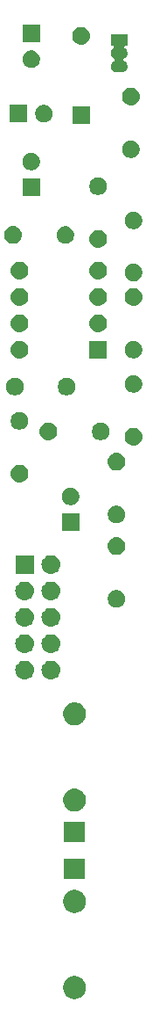
<source format=gbr>
G04 #@! TF.GenerationSoftware,KiCad,Pcbnew,(5.1.0)-1*
G04 #@! TF.CreationDate,2019-04-05T00:52:50-04:00*
G04 #@! TF.ProjectId,noize,6e6f697a-652e-46b6-9963-61645f706362,rev?*
G04 #@! TF.SameCoordinates,Original*
G04 #@! TF.FileFunction,Soldermask,Bot*
G04 #@! TF.FilePolarity,Negative*
%FSLAX46Y46*%
G04 Gerber Fmt 4.6, Leading zero omitted, Abs format (unit mm)*
G04 Created by KiCad (PCBNEW (5.1.0)-1) date 2019-04-05 00:52:50*
%MOMM*%
%LPD*%
G04 APERTURE LIST*
%ADD10C,0.100000*%
G04 APERTURE END LIST*
D10*
G36*
X154177655Y-191414591D02*
G01*
X154249525Y-191428887D01*
X154452624Y-191513013D01*
X154635409Y-191635146D01*
X154790854Y-191790591D01*
X154912987Y-191973376D01*
X154997113Y-192176475D01*
X155040000Y-192392084D01*
X155040000Y-192611916D01*
X154997113Y-192827525D01*
X154912987Y-193030624D01*
X154790854Y-193213409D01*
X154635409Y-193368854D01*
X154452624Y-193490987D01*
X154249525Y-193575113D01*
X154177655Y-193589409D01*
X154033918Y-193618000D01*
X153814082Y-193618000D01*
X153670345Y-193589409D01*
X153598475Y-193575113D01*
X153395376Y-193490987D01*
X153212591Y-193368854D01*
X153057146Y-193213409D01*
X152935013Y-193030624D01*
X152850887Y-192827525D01*
X152808000Y-192611916D01*
X152808000Y-192392084D01*
X152850887Y-192176475D01*
X152935013Y-191973376D01*
X153057146Y-191790591D01*
X153212591Y-191635146D01*
X153395376Y-191513013D01*
X153598475Y-191428887D01*
X153670345Y-191414591D01*
X153814082Y-191386000D01*
X154033918Y-191386000D01*
X154177655Y-191414591D01*
X154177655Y-191414591D01*
G37*
G36*
X154177655Y-183114591D02*
G01*
X154249525Y-183128887D01*
X154452624Y-183213013D01*
X154635409Y-183335146D01*
X154790854Y-183490591D01*
X154912987Y-183673376D01*
X154997113Y-183876475D01*
X155040000Y-184092084D01*
X155040000Y-184311916D01*
X154997113Y-184527525D01*
X154912987Y-184730624D01*
X154790854Y-184913409D01*
X154635409Y-185068854D01*
X154452624Y-185190987D01*
X154249525Y-185275113D01*
X154177655Y-185289409D01*
X154033918Y-185318000D01*
X153814082Y-185318000D01*
X153670345Y-185289409D01*
X153598475Y-185275113D01*
X153395376Y-185190987D01*
X153212591Y-185068854D01*
X153057146Y-184913409D01*
X152935013Y-184730624D01*
X152850887Y-184527525D01*
X152808000Y-184311916D01*
X152808000Y-184092084D01*
X152850887Y-183876475D01*
X152935013Y-183673376D01*
X153057146Y-183490591D01*
X153212591Y-183335146D01*
X153395376Y-183213013D01*
X153598475Y-183128887D01*
X153670345Y-183114591D01*
X153814082Y-183086000D01*
X154033918Y-183086000D01*
X154177655Y-183114591D01*
X154177655Y-183114591D01*
G37*
G36*
X154940000Y-182068000D02*
G01*
X152908000Y-182068000D01*
X152908000Y-180136000D01*
X154940000Y-180136000D01*
X154940000Y-182068000D01*
X154940000Y-182068000D01*
G37*
G36*
X154940000Y-178512000D02*
G01*
X152908000Y-178512000D01*
X152908000Y-176580000D01*
X154940000Y-176580000D01*
X154940000Y-178512000D01*
X154940000Y-178512000D01*
G37*
G36*
X154177655Y-173358591D02*
G01*
X154249525Y-173372887D01*
X154452624Y-173457013D01*
X154635409Y-173579146D01*
X154790854Y-173734591D01*
X154912987Y-173917376D01*
X154997113Y-174120475D01*
X155040000Y-174336084D01*
X155040000Y-174555916D01*
X154997113Y-174771525D01*
X154912987Y-174974624D01*
X154790854Y-175157409D01*
X154635409Y-175312854D01*
X154452624Y-175434987D01*
X154249525Y-175519113D01*
X154177655Y-175533409D01*
X154033918Y-175562000D01*
X153814082Y-175562000D01*
X153670345Y-175533409D01*
X153598475Y-175519113D01*
X153395376Y-175434987D01*
X153212591Y-175312854D01*
X153057146Y-175157409D01*
X152935013Y-174974624D01*
X152850887Y-174771525D01*
X152808000Y-174555916D01*
X152808000Y-174336084D01*
X152850887Y-174120475D01*
X152935013Y-173917376D01*
X153057146Y-173734591D01*
X153212591Y-173579146D01*
X153395376Y-173457013D01*
X153598475Y-173372887D01*
X153670345Y-173358591D01*
X153814082Y-173330000D01*
X154033918Y-173330000D01*
X154177655Y-173358591D01*
X154177655Y-173358591D01*
G37*
G36*
X154177655Y-165058591D02*
G01*
X154249525Y-165072887D01*
X154452624Y-165157013D01*
X154635409Y-165279146D01*
X154790854Y-165434591D01*
X154912987Y-165617376D01*
X154997113Y-165820475D01*
X155040000Y-166036084D01*
X155040000Y-166255916D01*
X154997113Y-166471525D01*
X154912987Y-166674624D01*
X154790854Y-166857409D01*
X154635409Y-167012854D01*
X154452624Y-167134987D01*
X154249525Y-167219113D01*
X154177655Y-167233409D01*
X154033918Y-167262000D01*
X153814082Y-167262000D01*
X153670345Y-167233409D01*
X153598475Y-167219113D01*
X153395376Y-167134987D01*
X153212591Y-167012854D01*
X153057146Y-166857409D01*
X152935013Y-166674624D01*
X152850887Y-166471525D01*
X152808000Y-166255916D01*
X152808000Y-166036084D01*
X152850887Y-165820475D01*
X152935013Y-165617376D01*
X153057146Y-165434591D01*
X153212591Y-165279146D01*
X153395376Y-165157013D01*
X153598475Y-165072887D01*
X153670345Y-165058591D01*
X153814082Y-165030000D01*
X154033918Y-165030000D01*
X154177655Y-165058591D01*
X154177655Y-165058591D01*
G37*
G36*
X149208442Y-161030518D02*
G01*
X149274627Y-161037037D01*
X149444466Y-161088557D01*
X149600991Y-161172222D01*
X149636729Y-161201552D01*
X149738186Y-161284814D01*
X149821448Y-161386271D01*
X149850778Y-161422009D01*
X149934443Y-161578534D01*
X149985963Y-161748373D01*
X150003359Y-161925000D01*
X149985963Y-162101627D01*
X149934443Y-162271466D01*
X149850778Y-162427991D01*
X149821448Y-162463729D01*
X149738186Y-162565186D01*
X149636729Y-162648448D01*
X149600991Y-162677778D01*
X149444466Y-162761443D01*
X149274627Y-162812963D01*
X149208442Y-162819482D01*
X149142260Y-162826000D01*
X149053740Y-162826000D01*
X148987558Y-162819482D01*
X148921373Y-162812963D01*
X148751534Y-162761443D01*
X148595009Y-162677778D01*
X148559271Y-162648448D01*
X148457814Y-162565186D01*
X148374552Y-162463729D01*
X148345222Y-162427991D01*
X148261557Y-162271466D01*
X148210037Y-162101627D01*
X148192641Y-161925000D01*
X148210037Y-161748373D01*
X148261557Y-161578534D01*
X148345222Y-161422009D01*
X148374552Y-161386271D01*
X148457814Y-161284814D01*
X148559271Y-161201552D01*
X148595009Y-161172222D01*
X148751534Y-161088557D01*
X148921373Y-161037037D01*
X148987558Y-161030518D01*
X149053740Y-161024000D01*
X149142260Y-161024000D01*
X149208442Y-161030518D01*
X149208442Y-161030518D01*
G37*
G36*
X151748442Y-161030518D02*
G01*
X151814627Y-161037037D01*
X151984466Y-161088557D01*
X152140991Y-161172222D01*
X152176729Y-161201552D01*
X152278186Y-161284814D01*
X152361448Y-161386271D01*
X152390778Y-161422009D01*
X152474443Y-161578534D01*
X152525963Y-161748373D01*
X152543359Y-161925000D01*
X152525963Y-162101627D01*
X152474443Y-162271466D01*
X152390778Y-162427991D01*
X152361448Y-162463729D01*
X152278186Y-162565186D01*
X152176729Y-162648448D01*
X152140991Y-162677778D01*
X151984466Y-162761443D01*
X151814627Y-162812963D01*
X151748442Y-162819482D01*
X151682260Y-162826000D01*
X151593740Y-162826000D01*
X151527558Y-162819482D01*
X151461373Y-162812963D01*
X151291534Y-162761443D01*
X151135009Y-162677778D01*
X151099271Y-162648448D01*
X150997814Y-162565186D01*
X150914552Y-162463729D01*
X150885222Y-162427991D01*
X150801557Y-162271466D01*
X150750037Y-162101627D01*
X150732641Y-161925000D01*
X150750037Y-161748373D01*
X150801557Y-161578534D01*
X150885222Y-161422009D01*
X150914552Y-161386271D01*
X150997814Y-161284814D01*
X151099271Y-161201552D01*
X151135009Y-161172222D01*
X151291534Y-161088557D01*
X151461373Y-161037037D01*
X151527558Y-161030518D01*
X151593740Y-161024000D01*
X151682260Y-161024000D01*
X151748442Y-161030518D01*
X151748442Y-161030518D01*
G37*
G36*
X149208442Y-158490518D02*
G01*
X149274627Y-158497037D01*
X149444466Y-158548557D01*
X149600991Y-158632222D01*
X149636729Y-158661552D01*
X149738186Y-158744814D01*
X149821448Y-158846271D01*
X149850778Y-158882009D01*
X149934443Y-159038534D01*
X149985963Y-159208373D01*
X150003359Y-159385000D01*
X149985963Y-159561627D01*
X149934443Y-159731466D01*
X149850778Y-159887991D01*
X149821448Y-159923729D01*
X149738186Y-160025186D01*
X149636729Y-160108448D01*
X149600991Y-160137778D01*
X149444466Y-160221443D01*
X149274627Y-160272963D01*
X149208443Y-160279481D01*
X149142260Y-160286000D01*
X149053740Y-160286000D01*
X148987557Y-160279481D01*
X148921373Y-160272963D01*
X148751534Y-160221443D01*
X148595009Y-160137778D01*
X148559271Y-160108448D01*
X148457814Y-160025186D01*
X148374552Y-159923729D01*
X148345222Y-159887991D01*
X148261557Y-159731466D01*
X148210037Y-159561627D01*
X148192641Y-159385000D01*
X148210037Y-159208373D01*
X148261557Y-159038534D01*
X148345222Y-158882009D01*
X148374552Y-158846271D01*
X148457814Y-158744814D01*
X148559271Y-158661552D01*
X148595009Y-158632222D01*
X148751534Y-158548557D01*
X148921373Y-158497037D01*
X148987558Y-158490518D01*
X149053740Y-158484000D01*
X149142260Y-158484000D01*
X149208442Y-158490518D01*
X149208442Y-158490518D01*
G37*
G36*
X151748442Y-158490518D02*
G01*
X151814627Y-158497037D01*
X151984466Y-158548557D01*
X152140991Y-158632222D01*
X152176729Y-158661552D01*
X152278186Y-158744814D01*
X152361448Y-158846271D01*
X152390778Y-158882009D01*
X152474443Y-159038534D01*
X152525963Y-159208373D01*
X152543359Y-159385000D01*
X152525963Y-159561627D01*
X152474443Y-159731466D01*
X152390778Y-159887991D01*
X152361448Y-159923729D01*
X152278186Y-160025186D01*
X152176729Y-160108448D01*
X152140991Y-160137778D01*
X151984466Y-160221443D01*
X151814627Y-160272963D01*
X151748443Y-160279481D01*
X151682260Y-160286000D01*
X151593740Y-160286000D01*
X151527557Y-160279481D01*
X151461373Y-160272963D01*
X151291534Y-160221443D01*
X151135009Y-160137778D01*
X151099271Y-160108448D01*
X150997814Y-160025186D01*
X150914552Y-159923729D01*
X150885222Y-159887991D01*
X150801557Y-159731466D01*
X150750037Y-159561627D01*
X150732641Y-159385000D01*
X150750037Y-159208373D01*
X150801557Y-159038534D01*
X150885222Y-158882009D01*
X150914552Y-158846271D01*
X150997814Y-158744814D01*
X151099271Y-158661552D01*
X151135009Y-158632222D01*
X151291534Y-158548557D01*
X151461373Y-158497037D01*
X151527558Y-158490518D01*
X151593740Y-158484000D01*
X151682260Y-158484000D01*
X151748442Y-158490518D01*
X151748442Y-158490518D01*
G37*
G36*
X149208442Y-155950518D02*
G01*
X149274627Y-155957037D01*
X149444466Y-156008557D01*
X149600991Y-156092222D01*
X149636729Y-156121552D01*
X149738186Y-156204814D01*
X149821448Y-156306271D01*
X149850778Y-156342009D01*
X149934443Y-156498534D01*
X149985963Y-156668373D01*
X150003359Y-156845000D01*
X149985963Y-157021627D01*
X149934443Y-157191466D01*
X149850778Y-157347991D01*
X149821448Y-157383729D01*
X149738186Y-157485186D01*
X149636729Y-157568448D01*
X149600991Y-157597778D01*
X149444466Y-157681443D01*
X149274627Y-157732963D01*
X149208442Y-157739482D01*
X149142260Y-157746000D01*
X149053740Y-157746000D01*
X148987558Y-157739482D01*
X148921373Y-157732963D01*
X148751534Y-157681443D01*
X148595009Y-157597778D01*
X148559271Y-157568448D01*
X148457814Y-157485186D01*
X148374552Y-157383729D01*
X148345222Y-157347991D01*
X148261557Y-157191466D01*
X148210037Y-157021627D01*
X148192641Y-156845000D01*
X148210037Y-156668373D01*
X148261557Y-156498534D01*
X148345222Y-156342009D01*
X148374552Y-156306271D01*
X148457814Y-156204814D01*
X148559271Y-156121552D01*
X148595009Y-156092222D01*
X148751534Y-156008557D01*
X148921373Y-155957037D01*
X148987558Y-155950518D01*
X149053740Y-155944000D01*
X149142260Y-155944000D01*
X149208442Y-155950518D01*
X149208442Y-155950518D01*
G37*
G36*
X151748442Y-155950518D02*
G01*
X151814627Y-155957037D01*
X151984466Y-156008557D01*
X152140991Y-156092222D01*
X152176729Y-156121552D01*
X152278186Y-156204814D01*
X152361448Y-156306271D01*
X152390778Y-156342009D01*
X152474443Y-156498534D01*
X152525963Y-156668373D01*
X152543359Y-156845000D01*
X152525963Y-157021627D01*
X152474443Y-157191466D01*
X152390778Y-157347991D01*
X152361448Y-157383729D01*
X152278186Y-157485186D01*
X152176729Y-157568448D01*
X152140991Y-157597778D01*
X151984466Y-157681443D01*
X151814627Y-157732963D01*
X151748442Y-157739482D01*
X151682260Y-157746000D01*
X151593740Y-157746000D01*
X151527558Y-157739482D01*
X151461373Y-157732963D01*
X151291534Y-157681443D01*
X151135009Y-157597778D01*
X151099271Y-157568448D01*
X150997814Y-157485186D01*
X150914552Y-157383729D01*
X150885222Y-157347991D01*
X150801557Y-157191466D01*
X150750037Y-157021627D01*
X150732641Y-156845000D01*
X150750037Y-156668373D01*
X150801557Y-156498534D01*
X150885222Y-156342009D01*
X150914552Y-156306271D01*
X150997814Y-156204814D01*
X151099271Y-156121552D01*
X151135009Y-156092222D01*
X151291534Y-156008557D01*
X151461373Y-155957037D01*
X151527558Y-155950518D01*
X151593740Y-155944000D01*
X151682260Y-155944000D01*
X151748442Y-155950518D01*
X151748442Y-155950518D01*
G37*
G36*
X158236228Y-154248703D02*
G01*
X158391100Y-154312853D01*
X158530481Y-154405985D01*
X158649015Y-154524519D01*
X158742147Y-154663900D01*
X158806297Y-154818772D01*
X158839000Y-154983184D01*
X158839000Y-155150816D01*
X158806297Y-155315228D01*
X158742147Y-155470100D01*
X158649015Y-155609481D01*
X158530481Y-155728015D01*
X158391100Y-155821147D01*
X158236228Y-155885297D01*
X158071816Y-155918000D01*
X157904184Y-155918000D01*
X157739772Y-155885297D01*
X157584900Y-155821147D01*
X157445519Y-155728015D01*
X157326985Y-155609481D01*
X157233853Y-155470100D01*
X157169703Y-155315228D01*
X157137000Y-155150816D01*
X157137000Y-154983184D01*
X157169703Y-154818772D01*
X157233853Y-154663900D01*
X157326985Y-154524519D01*
X157445519Y-154405985D01*
X157584900Y-154312853D01*
X157739772Y-154248703D01*
X157904184Y-154216000D01*
X158071816Y-154216000D01*
X158236228Y-154248703D01*
X158236228Y-154248703D01*
G37*
G36*
X151748442Y-153410518D02*
G01*
X151814627Y-153417037D01*
X151984466Y-153468557D01*
X152140991Y-153552222D01*
X152176729Y-153581552D01*
X152278186Y-153664814D01*
X152361448Y-153766271D01*
X152390778Y-153802009D01*
X152474443Y-153958534D01*
X152525963Y-154128373D01*
X152543359Y-154305000D01*
X152525963Y-154481627D01*
X152474443Y-154651466D01*
X152390778Y-154807991D01*
X152381931Y-154818771D01*
X152278186Y-154945186D01*
X152176729Y-155028448D01*
X152140991Y-155057778D01*
X151984466Y-155141443D01*
X151814627Y-155192963D01*
X151748442Y-155199482D01*
X151682260Y-155206000D01*
X151593740Y-155206000D01*
X151527558Y-155199482D01*
X151461373Y-155192963D01*
X151291534Y-155141443D01*
X151135009Y-155057778D01*
X151099271Y-155028448D01*
X150997814Y-154945186D01*
X150894069Y-154818771D01*
X150885222Y-154807991D01*
X150801557Y-154651466D01*
X150750037Y-154481627D01*
X150732641Y-154305000D01*
X150750037Y-154128373D01*
X150801557Y-153958534D01*
X150885222Y-153802009D01*
X150914552Y-153766271D01*
X150997814Y-153664814D01*
X151099271Y-153581552D01*
X151135009Y-153552222D01*
X151291534Y-153468557D01*
X151461373Y-153417037D01*
X151527558Y-153410518D01*
X151593740Y-153404000D01*
X151682260Y-153404000D01*
X151748442Y-153410518D01*
X151748442Y-153410518D01*
G37*
G36*
X149208442Y-153410518D02*
G01*
X149274627Y-153417037D01*
X149444466Y-153468557D01*
X149600991Y-153552222D01*
X149636729Y-153581552D01*
X149738186Y-153664814D01*
X149821448Y-153766271D01*
X149850778Y-153802009D01*
X149934443Y-153958534D01*
X149985963Y-154128373D01*
X150003359Y-154305000D01*
X149985963Y-154481627D01*
X149934443Y-154651466D01*
X149850778Y-154807991D01*
X149841931Y-154818771D01*
X149738186Y-154945186D01*
X149636729Y-155028448D01*
X149600991Y-155057778D01*
X149444466Y-155141443D01*
X149274627Y-155192963D01*
X149208442Y-155199482D01*
X149142260Y-155206000D01*
X149053740Y-155206000D01*
X148987558Y-155199482D01*
X148921373Y-155192963D01*
X148751534Y-155141443D01*
X148595009Y-155057778D01*
X148559271Y-155028448D01*
X148457814Y-154945186D01*
X148354069Y-154818771D01*
X148345222Y-154807991D01*
X148261557Y-154651466D01*
X148210037Y-154481627D01*
X148192641Y-154305000D01*
X148210037Y-154128373D01*
X148261557Y-153958534D01*
X148345222Y-153802009D01*
X148374552Y-153766271D01*
X148457814Y-153664814D01*
X148559271Y-153581552D01*
X148595009Y-153552222D01*
X148751534Y-153468557D01*
X148921373Y-153417037D01*
X148987558Y-153410518D01*
X149053740Y-153404000D01*
X149142260Y-153404000D01*
X149208442Y-153410518D01*
X149208442Y-153410518D01*
G37*
G36*
X149999000Y-152666000D02*
G01*
X148197000Y-152666000D01*
X148197000Y-150864000D01*
X149999000Y-150864000D01*
X149999000Y-152666000D01*
X149999000Y-152666000D01*
G37*
G36*
X151748443Y-150870519D02*
G01*
X151814627Y-150877037D01*
X151984466Y-150928557D01*
X152140991Y-151012222D01*
X152176729Y-151041552D01*
X152278186Y-151124814D01*
X152361448Y-151226271D01*
X152390778Y-151262009D01*
X152474443Y-151418534D01*
X152525963Y-151588373D01*
X152543359Y-151765000D01*
X152525963Y-151941627D01*
X152474443Y-152111466D01*
X152390778Y-152267991D01*
X152361448Y-152303729D01*
X152278186Y-152405186D01*
X152176729Y-152488448D01*
X152140991Y-152517778D01*
X151984466Y-152601443D01*
X151814627Y-152652963D01*
X151748442Y-152659482D01*
X151682260Y-152666000D01*
X151593740Y-152666000D01*
X151527558Y-152659482D01*
X151461373Y-152652963D01*
X151291534Y-152601443D01*
X151135009Y-152517778D01*
X151099271Y-152488448D01*
X150997814Y-152405186D01*
X150914552Y-152303729D01*
X150885222Y-152267991D01*
X150801557Y-152111466D01*
X150750037Y-151941627D01*
X150732641Y-151765000D01*
X150750037Y-151588373D01*
X150801557Y-151418534D01*
X150885222Y-151262009D01*
X150914552Y-151226271D01*
X150997814Y-151124814D01*
X151099271Y-151041552D01*
X151135009Y-151012222D01*
X151291534Y-150928557D01*
X151461373Y-150877037D01*
X151527557Y-150870519D01*
X151593740Y-150864000D01*
X151682260Y-150864000D01*
X151748443Y-150870519D01*
X151748443Y-150870519D01*
G37*
G36*
X158154823Y-149148313D02*
G01*
X158315242Y-149196976D01*
X158447906Y-149267886D01*
X158463078Y-149275996D01*
X158592659Y-149382341D01*
X158699004Y-149511922D01*
X158699005Y-149511924D01*
X158778024Y-149659758D01*
X158826687Y-149820177D01*
X158843117Y-149987000D01*
X158826687Y-150153823D01*
X158778024Y-150314242D01*
X158707114Y-150446906D01*
X158699004Y-150462078D01*
X158592659Y-150591659D01*
X158463078Y-150698004D01*
X158463076Y-150698005D01*
X158315242Y-150777024D01*
X158154823Y-150825687D01*
X158029804Y-150838000D01*
X157946196Y-150838000D01*
X157821177Y-150825687D01*
X157660758Y-150777024D01*
X157512924Y-150698005D01*
X157512922Y-150698004D01*
X157383341Y-150591659D01*
X157276996Y-150462078D01*
X157268886Y-150446906D01*
X157197976Y-150314242D01*
X157149313Y-150153823D01*
X157132883Y-149987000D01*
X157149313Y-149820177D01*
X157197976Y-149659758D01*
X157276995Y-149511924D01*
X157276996Y-149511922D01*
X157383341Y-149382341D01*
X157512922Y-149275996D01*
X157528094Y-149267886D01*
X157660758Y-149196976D01*
X157821177Y-149148313D01*
X157946196Y-149136000D01*
X158029804Y-149136000D01*
X158154823Y-149148313D01*
X158154823Y-149148313D01*
G37*
G36*
X154394000Y-148552000D02*
G01*
X152692000Y-148552000D01*
X152692000Y-146850000D01*
X154394000Y-146850000D01*
X154394000Y-148552000D01*
X154394000Y-148552000D01*
G37*
G36*
X158236228Y-146120703D02*
G01*
X158391100Y-146184853D01*
X158530481Y-146277985D01*
X158649015Y-146396519D01*
X158742147Y-146535900D01*
X158806297Y-146690772D01*
X158839000Y-146855184D01*
X158839000Y-147022816D01*
X158806297Y-147187228D01*
X158742147Y-147342100D01*
X158649015Y-147481481D01*
X158530481Y-147600015D01*
X158391100Y-147693147D01*
X158236228Y-147757297D01*
X158071816Y-147790000D01*
X157904184Y-147790000D01*
X157739772Y-147757297D01*
X157584900Y-147693147D01*
X157445519Y-147600015D01*
X157326985Y-147481481D01*
X157233853Y-147342100D01*
X157169703Y-147187228D01*
X157137000Y-147022816D01*
X157137000Y-146855184D01*
X157169703Y-146690772D01*
X157233853Y-146535900D01*
X157326985Y-146396519D01*
X157445519Y-146277985D01*
X157584900Y-146184853D01*
X157739772Y-146120703D01*
X157904184Y-146088000D01*
X158071816Y-146088000D01*
X158236228Y-146120703D01*
X158236228Y-146120703D01*
G37*
G36*
X153791228Y-144382703D02*
G01*
X153946100Y-144446853D01*
X154085481Y-144539985D01*
X154204015Y-144658519D01*
X154297147Y-144797900D01*
X154361297Y-144952772D01*
X154394000Y-145117184D01*
X154394000Y-145284816D01*
X154361297Y-145449228D01*
X154297147Y-145604100D01*
X154204015Y-145743481D01*
X154085481Y-145862015D01*
X153946100Y-145955147D01*
X153791228Y-146019297D01*
X153626816Y-146052000D01*
X153459184Y-146052000D01*
X153294772Y-146019297D01*
X153139900Y-145955147D01*
X153000519Y-145862015D01*
X152881985Y-145743481D01*
X152788853Y-145604100D01*
X152724703Y-145449228D01*
X152692000Y-145284816D01*
X152692000Y-145117184D01*
X152724703Y-144952772D01*
X152788853Y-144797900D01*
X152881985Y-144658519D01*
X153000519Y-144539985D01*
X153139900Y-144446853D01*
X153294772Y-144382703D01*
X153459184Y-144350000D01*
X153626816Y-144350000D01*
X153791228Y-144382703D01*
X153791228Y-144382703D01*
G37*
G36*
X148756823Y-142163313D02*
G01*
X148917242Y-142211976D01*
X149049906Y-142282886D01*
X149065078Y-142290996D01*
X149194659Y-142397341D01*
X149301004Y-142526922D01*
X149301005Y-142526924D01*
X149380024Y-142674758D01*
X149380025Y-142674761D01*
X149389083Y-142704620D01*
X149428687Y-142835177D01*
X149445117Y-143002000D01*
X149428687Y-143168823D01*
X149380024Y-143329242D01*
X149309114Y-143461906D01*
X149301004Y-143477078D01*
X149194659Y-143606659D01*
X149065078Y-143713004D01*
X149065076Y-143713005D01*
X148917242Y-143792024D01*
X148756823Y-143840687D01*
X148631804Y-143853000D01*
X148548196Y-143853000D01*
X148423177Y-143840687D01*
X148262758Y-143792024D01*
X148114924Y-143713005D01*
X148114922Y-143713004D01*
X147985341Y-143606659D01*
X147878996Y-143477078D01*
X147870886Y-143461906D01*
X147799976Y-143329242D01*
X147751313Y-143168823D01*
X147734883Y-143002000D01*
X147751313Y-142835177D01*
X147790917Y-142704620D01*
X147799975Y-142674761D01*
X147799976Y-142674758D01*
X147878995Y-142526924D01*
X147878996Y-142526922D01*
X147985341Y-142397341D01*
X148114922Y-142290996D01*
X148130094Y-142282886D01*
X148262758Y-142211976D01*
X148423177Y-142163313D01*
X148548196Y-142151000D01*
X148631804Y-142151000D01*
X148756823Y-142163313D01*
X148756823Y-142163313D01*
G37*
G36*
X158154823Y-141020313D02*
G01*
X158315242Y-141068976D01*
X158447906Y-141139886D01*
X158463078Y-141147996D01*
X158592659Y-141254341D01*
X158699004Y-141383922D01*
X158699005Y-141383924D01*
X158778024Y-141531758D01*
X158826687Y-141692177D01*
X158843117Y-141859000D01*
X158826687Y-142025823D01*
X158826686Y-142025825D01*
X158784980Y-142163313D01*
X158778024Y-142186242D01*
X158722032Y-142290995D01*
X158699004Y-142334078D01*
X158592659Y-142463659D01*
X158463078Y-142570004D01*
X158463076Y-142570005D01*
X158315242Y-142649024D01*
X158154823Y-142697687D01*
X158029804Y-142710000D01*
X157946196Y-142710000D01*
X157821177Y-142697687D01*
X157660758Y-142649024D01*
X157512924Y-142570005D01*
X157512922Y-142570004D01*
X157383341Y-142463659D01*
X157276996Y-142334078D01*
X157253968Y-142290995D01*
X157197976Y-142186242D01*
X157191021Y-142163313D01*
X157149314Y-142025825D01*
X157149313Y-142025823D01*
X157132883Y-141859000D01*
X157149313Y-141692177D01*
X157197976Y-141531758D01*
X157276995Y-141383924D01*
X157276996Y-141383922D01*
X157383341Y-141254341D01*
X157512922Y-141147996D01*
X157528094Y-141139886D01*
X157660758Y-141068976D01*
X157821177Y-141020313D01*
X157946196Y-141008000D01*
X158029804Y-141008000D01*
X158154823Y-141020313D01*
X158154823Y-141020313D01*
G37*
G36*
X159805823Y-138607313D02*
G01*
X159966242Y-138655976D01*
X160098906Y-138726886D01*
X160114078Y-138734996D01*
X160243659Y-138841341D01*
X160350004Y-138970922D01*
X160350005Y-138970924D01*
X160429024Y-139118758D01*
X160477687Y-139279177D01*
X160494117Y-139446000D01*
X160477687Y-139612823D01*
X160429024Y-139773242D01*
X160420601Y-139789000D01*
X160350004Y-139921078D01*
X160243659Y-140050659D01*
X160114078Y-140157004D01*
X160114076Y-140157005D01*
X159966242Y-140236024D01*
X159805823Y-140284687D01*
X159680804Y-140297000D01*
X159597196Y-140297000D01*
X159472177Y-140284687D01*
X159311758Y-140236024D01*
X159163924Y-140157005D01*
X159163922Y-140157004D01*
X159034341Y-140050659D01*
X158927996Y-139921078D01*
X158857399Y-139789000D01*
X158848976Y-139773242D01*
X158800313Y-139612823D01*
X158783883Y-139446000D01*
X158800313Y-139279177D01*
X158848976Y-139118758D01*
X158927995Y-138970924D01*
X158927996Y-138970922D01*
X159034341Y-138841341D01*
X159163922Y-138734996D01*
X159179094Y-138726886D01*
X159311758Y-138655976D01*
X159472177Y-138607313D01*
X159597196Y-138595000D01*
X159680804Y-138595000D01*
X159805823Y-138607313D01*
X159805823Y-138607313D01*
G37*
G36*
X156712228Y-138119703D02*
G01*
X156867100Y-138183853D01*
X157006481Y-138276985D01*
X157125015Y-138395519D01*
X157218147Y-138534900D01*
X157282297Y-138689772D01*
X157315000Y-138854184D01*
X157315000Y-139021816D01*
X157282297Y-139186228D01*
X157218147Y-139341100D01*
X157125015Y-139480481D01*
X157006481Y-139599015D01*
X156867100Y-139692147D01*
X156712228Y-139756297D01*
X156547816Y-139789000D01*
X156380184Y-139789000D01*
X156215772Y-139756297D01*
X156060900Y-139692147D01*
X155921519Y-139599015D01*
X155802985Y-139480481D01*
X155709853Y-139341100D01*
X155645703Y-139186228D01*
X155613000Y-139021816D01*
X155613000Y-138854184D01*
X155645703Y-138689772D01*
X155709853Y-138534900D01*
X155802985Y-138395519D01*
X155921519Y-138276985D01*
X156060900Y-138183853D01*
X156215772Y-138119703D01*
X156380184Y-138087000D01*
X156547816Y-138087000D01*
X156712228Y-138119703D01*
X156712228Y-138119703D01*
G37*
G36*
X151550823Y-138099313D02*
G01*
X151711242Y-138147976D01*
X151752874Y-138170229D01*
X151859078Y-138226996D01*
X151988659Y-138333341D01*
X152095004Y-138462922D01*
X152095005Y-138462924D01*
X152174024Y-138610758D01*
X152222687Y-138771177D01*
X152239117Y-138938000D01*
X152222687Y-139104823D01*
X152174024Y-139265242D01*
X152133477Y-139341100D01*
X152095004Y-139413078D01*
X151988659Y-139542659D01*
X151859078Y-139649004D01*
X151859076Y-139649005D01*
X151711242Y-139728024D01*
X151550823Y-139776687D01*
X151425804Y-139789000D01*
X151342196Y-139789000D01*
X151217177Y-139776687D01*
X151056758Y-139728024D01*
X150908924Y-139649005D01*
X150908922Y-139649004D01*
X150779341Y-139542659D01*
X150672996Y-139413078D01*
X150634523Y-139341100D01*
X150593976Y-139265242D01*
X150545313Y-139104823D01*
X150528883Y-138938000D01*
X150545313Y-138771177D01*
X150593976Y-138610758D01*
X150672995Y-138462924D01*
X150672996Y-138462922D01*
X150779341Y-138333341D01*
X150908922Y-138226996D01*
X151015126Y-138170229D01*
X151056758Y-138147976D01*
X151217177Y-138099313D01*
X151342196Y-138087000D01*
X151425804Y-138087000D01*
X151550823Y-138099313D01*
X151550823Y-138099313D01*
G37*
G36*
X148838228Y-137103703D02*
G01*
X148993100Y-137167853D01*
X149132481Y-137260985D01*
X149251015Y-137379519D01*
X149344147Y-137518900D01*
X149408297Y-137673772D01*
X149441000Y-137838184D01*
X149441000Y-138005816D01*
X149408297Y-138170228D01*
X149344147Y-138325100D01*
X149251015Y-138464481D01*
X149132481Y-138583015D01*
X148993100Y-138676147D01*
X148838228Y-138740297D01*
X148673816Y-138773000D01*
X148506184Y-138773000D01*
X148341772Y-138740297D01*
X148186900Y-138676147D01*
X148047519Y-138583015D01*
X147928985Y-138464481D01*
X147835853Y-138325100D01*
X147771703Y-138170228D01*
X147739000Y-138005816D01*
X147739000Y-137838184D01*
X147771703Y-137673772D01*
X147835853Y-137518900D01*
X147928985Y-137379519D01*
X148047519Y-137260985D01*
X148186900Y-137167853D01*
X148341772Y-137103703D01*
X148506184Y-137071000D01*
X148673816Y-137071000D01*
X148838228Y-137103703D01*
X148838228Y-137103703D01*
G37*
G36*
X153410228Y-133801703D02*
G01*
X153565100Y-133865853D01*
X153704481Y-133958985D01*
X153823015Y-134077519D01*
X153916147Y-134216900D01*
X153980297Y-134371772D01*
X154013000Y-134536184D01*
X154013000Y-134703816D01*
X153980297Y-134868228D01*
X153916147Y-135023100D01*
X153823015Y-135162481D01*
X153704481Y-135281015D01*
X153565100Y-135374147D01*
X153410228Y-135438297D01*
X153245816Y-135471000D01*
X153078184Y-135471000D01*
X152913772Y-135438297D01*
X152758900Y-135374147D01*
X152619519Y-135281015D01*
X152500985Y-135162481D01*
X152407853Y-135023100D01*
X152343703Y-134868228D01*
X152311000Y-134703816D01*
X152311000Y-134536184D01*
X152343703Y-134371772D01*
X152407853Y-134216900D01*
X152500985Y-134077519D01*
X152619519Y-133958985D01*
X152758900Y-133865853D01*
X152913772Y-133801703D01*
X153078184Y-133769000D01*
X153245816Y-133769000D01*
X153410228Y-133801703D01*
X153410228Y-133801703D01*
G37*
G36*
X148410228Y-133801703D02*
G01*
X148565100Y-133865853D01*
X148704481Y-133958985D01*
X148823015Y-134077519D01*
X148916147Y-134216900D01*
X148980297Y-134371772D01*
X149013000Y-134536184D01*
X149013000Y-134703816D01*
X148980297Y-134868228D01*
X148916147Y-135023100D01*
X148823015Y-135162481D01*
X148704481Y-135281015D01*
X148565100Y-135374147D01*
X148410228Y-135438297D01*
X148245816Y-135471000D01*
X148078184Y-135471000D01*
X147913772Y-135438297D01*
X147758900Y-135374147D01*
X147619519Y-135281015D01*
X147500985Y-135162481D01*
X147407853Y-135023100D01*
X147343703Y-134868228D01*
X147311000Y-134703816D01*
X147311000Y-134536184D01*
X147343703Y-134371772D01*
X147407853Y-134216900D01*
X147500985Y-134077519D01*
X147619519Y-133958985D01*
X147758900Y-133865853D01*
X147913772Y-133801703D01*
X148078184Y-133769000D01*
X148245816Y-133769000D01*
X148410228Y-133801703D01*
X148410228Y-133801703D01*
G37*
G36*
X159887228Y-133547703D02*
G01*
X160042100Y-133611853D01*
X160181481Y-133704985D01*
X160300015Y-133823519D01*
X160393147Y-133962900D01*
X160457297Y-134117772D01*
X160490000Y-134282184D01*
X160490000Y-134449816D01*
X160457297Y-134614228D01*
X160393147Y-134769100D01*
X160300015Y-134908481D01*
X160181481Y-135027015D01*
X160042100Y-135120147D01*
X159887228Y-135184297D01*
X159722816Y-135217000D01*
X159555184Y-135217000D01*
X159390772Y-135184297D01*
X159235900Y-135120147D01*
X159096519Y-135027015D01*
X158977985Y-134908481D01*
X158884853Y-134769100D01*
X158820703Y-134614228D01*
X158788000Y-134449816D01*
X158788000Y-134282184D01*
X158820703Y-134117772D01*
X158884853Y-133962900D01*
X158977985Y-133823519D01*
X159096519Y-133704985D01*
X159235900Y-133611853D01*
X159390772Y-133547703D01*
X159555184Y-133515000D01*
X159722816Y-133515000D01*
X159887228Y-133547703D01*
X159887228Y-133547703D01*
G37*
G36*
X148756823Y-130225313D02*
G01*
X148917242Y-130273976D01*
X148984361Y-130309852D01*
X149065078Y-130352996D01*
X149194659Y-130459341D01*
X149301004Y-130588922D01*
X149301005Y-130588924D01*
X149380024Y-130736758D01*
X149428687Y-130897177D01*
X149445117Y-131064000D01*
X149428687Y-131230823D01*
X149380024Y-131391242D01*
X149339477Y-131467100D01*
X149301004Y-131539078D01*
X149194659Y-131668659D01*
X149065078Y-131775004D01*
X149065076Y-131775005D01*
X148917242Y-131854024D01*
X148756823Y-131902687D01*
X148631804Y-131915000D01*
X148548196Y-131915000D01*
X148423177Y-131902687D01*
X148262758Y-131854024D01*
X148114924Y-131775005D01*
X148114922Y-131775004D01*
X147985341Y-131668659D01*
X147878996Y-131539078D01*
X147840523Y-131467100D01*
X147799976Y-131391242D01*
X147751313Y-131230823D01*
X147734883Y-131064000D01*
X147751313Y-130897177D01*
X147799976Y-130736758D01*
X147878995Y-130588924D01*
X147878996Y-130588922D01*
X147985341Y-130459341D01*
X148114922Y-130352996D01*
X148195639Y-130309852D01*
X148262758Y-130273976D01*
X148423177Y-130225313D01*
X148548196Y-130213000D01*
X148631804Y-130213000D01*
X148756823Y-130225313D01*
X148756823Y-130225313D01*
G37*
G36*
X159887228Y-130245703D02*
G01*
X160042100Y-130309853D01*
X160181481Y-130402985D01*
X160300015Y-130521519D01*
X160393147Y-130660900D01*
X160457297Y-130815772D01*
X160490000Y-130980184D01*
X160490000Y-131147816D01*
X160457297Y-131312228D01*
X160393147Y-131467100D01*
X160300015Y-131606481D01*
X160181481Y-131725015D01*
X160042100Y-131818147D01*
X159887228Y-131882297D01*
X159722816Y-131915000D01*
X159555184Y-131915000D01*
X159390772Y-131882297D01*
X159235900Y-131818147D01*
X159096519Y-131725015D01*
X158977985Y-131606481D01*
X158884853Y-131467100D01*
X158820703Y-131312228D01*
X158788000Y-131147816D01*
X158788000Y-130980184D01*
X158820703Y-130815772D01*
X158884853Y-130660900D01*
X158977985Y-130521519D01*
X159096519Y-130402985D01*
X159235900Y-130309853D01*
X159390772Y-130245703D01*
X159555184Y-130213000D01*
X159722816Y-130213000D01*
X159887228Y-130245703D01*
X159887228Y-130245703D01*
G37*
G36*
X157061000Y-131915000D02*
G01*
X155359000Y-131915000D01*
X155359000Y-130213000D01*
X157061000Y-130213000D01*
X157061000Y-131915000D01*
X157061000Y-131915000D01*
G37*
G36*
X148756823Y-127685313D02*
G01*
X148917242Y-127733976D01*
X149049906Y-127804886D01*
X149065078Y-127812996D01*
X149194659Y-127919341D01*
X149301004Y-128048922D01*
X149301005Y-128048924D01*
X149380024Y-128196758D01*
X149428687Y-128357177D01*
X149445117Y-128524000D01*
X149428687Y-128690823D01*
X149380024Y-128851242D01*
X149309114Y-128983906D01*
X149301004Y-128999078D01*
X149194659Y-129128659D01*
X149065078Y-129235004D01*
X149065076Y-129235005D01*
X148917242Y-129314024D01*
X148756823Y-129362687D01*
X148631804Y-129375000D01*
X148548196Y-129375000D01*
X148423177Y-129362687D01*
X148262758Y-129314024D01*
X148114924Y-129235005D01*
X148114922Y-129235004D01*
X147985341Y-129128659D01*
X147878996Y-128999078D01*
X147870886Y-128983906D01*
X147799976Y-128851242D01*
X147751313Y-128690823D01*
X147734883Y-128524000D01*
X147751313Y-128357177D01*
X147799976Y-128196758D01*
X147878995Y-128048924D01*
X147878996Y-128048922D01*
X147985341Y-127919341D01*
X148114922Y-127812996D01*
X148130094Y-127804886D01*
X148262758Y-127733976D01*
X148423177Y-127685313D01*
X148548196Y-127673000D01*
X148631804Y-127673000D01*
X148756823Y-127685313D01*
X148756823Y-127685313D01*
G37*
G36*
X156376823Y-127685313D02*
G01*
X156537242Y-127733976D01*
X156669906Y-127804886D01*
X156685078Y-127812996D01*
X156814659Y-127919341D01*
X156921004Y-128048922D01*
X156921005Y-128048924D01*
X157000024Y-128196758D01*
X157048687Y-128357177D01*
X157065117Y-128524000D01*
X157048687Y-128690823D01*
X157000024Y-128851242D01*
X156929114Y-128983906D01*
X156921004Y-128999078D01*
X156814659Y-129128659D01*
X156685078Y-129235004D01*
X156685076Y-129235005D01*
X156537242Y-129314024D01*
X156376823Y-129362687D01*
X156251804Y-129375000D01*
X156168196Y-129375000D01*
X156043177Y-129362687D01*
X155882758Y-129314024D01*
X155734924Y-129235005D01*
X155734922Y-129235004D01*
X155605341Y-129128659D01*
X155498996Y-128999078D01*
X155490886Y-128983906D01*
X155419976Y-128851242D01*
X155371313Y-128690823D01*
X155354883Y-128524000D01*
X155371313Y-128357177D01*
X155419976Y-128196758D01*
X155498995Y-128048924D01*
X155498996Y-128048922D01*
X155605341Y-127919341D01*
X155734922Y-127812996D01*
X155750094Y-127804886D01*
X155882758Y-127733976D01*
X156043177Y-127685313D01*
X156168196Y-127673000D01*
X156251804Y-127673000D01*
X156376823Y-127685313D01*
X156376823Y-127685313D01*
G37*
G36*
X156376823Y-125145313D02*
G01*
X156537242Y-125193976D01*
X156669906Y-125264886D01*
X156685078Y-125272996D01*
X156814659Y-125379341D01*
X156921004Y-125508922D01*
X156921005Y-125508924D01*
X157000024Y-125656758D01*
X157048687Y-125817177D01*
X157065117Y-125984000D01*
X157048687Y-126150823D01*
X157000024Y-126311242D01*
X156929114Y-126443906D01*
X156921004Y-126459078D01*
X156814659Y-126588659D01*
X156685078Y-126695004D01*
X156685076Y-126695005D01*
X156537242Y-126774024D01*
X156376823Y-126822687D01*
X156251804Y-126835000D01*
X156168196Y-126835000D01*
X156043177Y-126822687D01*
X155882758Y-126774024D01*
X155734924Y-126695005D01*
X155734922Y-126695004D01*
X155605341Y-126588659D01*
X155498996Y-126459078D01*
X155490886Y-126443906D01*
X155419976Y-126311242D01*
X155371313Y-126150823D01*
X155354883Y-125984000D01*
X155371313Y-125817177D01*
X155419976Y-125656758D01*
X155498995Y-125508924D01*
X155498996Y-125508922D01*
X155605341Y-125379341D01*
X155734922Y-125272996D01*
X155750094Y-125264886D01*
X155882758Y-125193976D01*
X156043177Y-125145313D01*
X156168196Y-125133000D01*
X156251804Y-125133000D01*
X156376823Y-125145313D01*
X156376823Y-125145313D01*
G37*
G36*
X148756823Y-125145313D02*
G01*
X148917242Y-125193976D01*
X149049906Y-125264886D01*
X149065078Y-125272996D01*
X149194659Y-125379341D01*
X149301004Y-125508922D01*
X149301005Y-125508924D01*
X149380024Y-125656758D01*
X149428687Y-125817177D01*
X149445117Y-125984000D01*
X149428687Y-126150823D01*
X149380024Y-126311242D01*
X149309114Y-126443906D01*
X149301004Y-126459078D01*
X149194659Y-126588659D01*
X149065078Y-126695004D01*
X149065076Y-126695005D01*
X148917242Y-126774024D01*
X148756823Y-126822687D01*
X148631804Y-126835000D01*
X148548196Y-126835000D01*
X148423177Y-126822687D01*
X148262758Y-126774024D01*
X148114924Y-126695005D01*
X148114922Y-126695004D01*
X147985341Y-126588659D01*
X147878996Y-126459078D01*
X147870886Y-126443906D01*
X147799976Y-126311242D01*
X147751313Y-126150823D01*
X147734883Y-125984000D01*
X147751313Y-125817177D01*
X147799976Y-125656758D01*
X147878995Y-125508924D01*
X147878996Y-125508922D01*
X147985341Y-125379341D01*
X148114922Y-125272996D01*
X148130094Y-125264886D01*
X148262758Y-125193976D01*
X148423177Y-125145313D01*
X148548196Y-125133000D01*
X148631804Y-125133000D01*
X148756823Y-125145313D01*
X148756823Y-125145313D01*
G37*
G36*
X159805823Y-125145313D02*
G01*
X159966242Y-125193976D01*
X160098906Y-125264886D01*
X160114078Y-125272996D01*
X160243659Y-125379341D01*
X160350004Y-125508922D01*
X160350005Y-125508924D01*
X160429024Y-125656758D01*
X160477687Y-125817177D01*
X160494117Y-125984000D01*
X160477687Y-126150823D01*
X160429024Y-126311242D01*
X160358114Y-126443906D01*
X160350004Y-126459078D01*
X160243659Y-126588659D01*
X160114078Y-126695004D01*
X160114076Y-126695005D01*
X159966242Y-126774024D01*
X159805823Y-126822687D01*
X159680804Y-126835000D01*
X159597196Y-126835000D01*
X159472177Y-126822687D01*
X159311758Y-126774024D01*
X159163924Y-126695005D01*
X159163922Y-126695004D01*
X159034341Y-126588659D01*
X158927996Y-126459078D01*
X158919886Y-126443906D01*
X158848976Y-126311242D01*
X158800313Y-126150823D01*
X158783883Y-125984000D01*
X158800313Y-125817177D01*
X158848976Y-125656758D01*
X158927995Y-125508924D01*
X158927996Y-125508922D01*
X159034341Y-125379341D01*
X159163922Y-125272996D01*
X159179094Y-125264886D01*
X159311758Y-125193976D01*
X159472177Y-125145313D01*
X159597196Y-125133000D01*
X159680804Y-125133000D01*
X159805823Y-125145313D01*
X159805823Y-125145313D01*
G37*
G36*
X159887228Y-122799703D02*
G01*
X160042100Y-122863853D01*
X160181481Y-122956985D01*
X160300015Y-123075519D01*
X160393147Y-123214900D01*
X160457297Y-123369772D01*
X160490000Y-123534184D01*
X160490000Y-123701816D01*
X160457297Y-123866228D01*
X160393147Y-124021100D01*
X160300015Y-124160481D01*
X160181481Y-124279015D01*
X160042100Y-124372147D01*
X159887228Y-124436297D01*
X159722816Y-124469000D01*
X159555184Y-124469000D01*
X159390772Y-124436297D01*
X159235900Y-124372147D01*
X159096519Y-124279015D01*
X158977985Y-124160481D01*
X158884853Y-124021100D01*
X158820703Y-123866228D01*
X158788000Y-123701816D01*
X158788000Y-123534184D01*
X158820703Y-123369772D01*
X158884853Y-123214900D01*
X158977985Y-123075519D01*
X159096519Y-122956985D01*
X159235900Y-122863853D01*
X159390772Y-122799703D01*
X159555184Y-122767000D01*
X159722816Y-122767000D01*
X159887228Y-122799703D01*
X159887228Y-122799703D01*
G37*
G36*
X156376823Y-122605313D02*
G01*
X156537242Y-122653976D01*
X156669906Y-122724886D01*
X156685078Y-122732996D01*
X156814659Y-122839341D01*
X156921004Y-122968922D01*
X156921005Y-122968924D01*
X157000024Y-123116758D01*
X157048687Y-123277177D01*
X157065117Y-123444000D01*
X157048687Y-123610823D01*
X157000024Y-123771242D01*
X156949253Y-123866228D01*
X156921004Y-123919078D01*
X156814659Y-124048659D01*
X156685078Y-124155004D01*
X156685076Y-124155005D01*
X156537242Y-124234024D01*
X156376823Y-124282687D01*
X156251804Y-124295000D01*
X156168196Y-124295000D01*
X156043177Y-124282687D01*
X155882758Y-124234024D01*
X155734924Y-124155005D01*
X155734922Y-124155004D01*
X155605341Y-124048659D01*
X155498996Y-123919078D01*
X155470747Y-123866228D01*
X155419976Y-123771242D01*
X155371313Y-123610823D01*
X155354883Y-123444000D01*
X155371313Y-123277177D01*
X155419976Y-123116758D01*
X155498995Y-122968924D01*
X155498996Y-122968922D01*
X155605341Y-122839341D01*
X155734922Y-122732996D01*
X155750094Y-122724886D01*
X155882758Y-122653976D01*
X156043177Y-122605313D01*
X156168196Y-122593000D01*
X156251804Y-122593000D01*
X156376823Y-122605313D01*
X156376823Y-122605313D01*
G37*
G36*
X148756823Y-122605313D02*
G01*
X148917242Y-122653976D01*
X149049906Y-122724886D01*
X149065078Y-122732996D01*
X149194659Y-122839341D01*
X149301004Y-122968922D01*
X149301005Y-122968924D01*
X149380024Y-123116758D01*
X149428687Y-123277177D01*
X149445117Y-123444000D01*
X149428687Y-123610823D01*
X149380024Y-123771242D01*
X149329253Y-123866228D01*
X149301004Y-123919078D01*
X149194659Y-124048659D01*
X149065078Y-124155004D01*
X149065076Y-124155005D01*
X148917242Y-124234024D01*
X148756823Y-124282687D01*
X148631804Y-124295000D01*
X148548196Y-124295000D01*
X148423177Y-124282687D01*
X148262758Y-124234024D01*
X148114924Y-124155005D01*
X148114922Y-124155004D01*
X147985341Y-124048659D01*
X147878996Y-123919078D01*
X147850747Y-123866228D01*
X147799976Y-123771242D01*
X147751313Y-123610823D01*
X147734883Y-123444000D01*
X147751313Y-123277177D01*
X147799976Y-123116758D01*
X147878995Y-122968924D01*
X147878996Y-122968922D01*
X147985341Y-122839341D01*
X148114922Y-122732996D01*
X148130094Y-122724886D01*
X148262758Y-122653976D01*
X148423177Y-122605313D01*
X148548196Y-122593000D01*
X148631804Y-122593000D01*
X148756823Y-122605313D01*
X148756823Y-122605313D01*
G37*
G36*
X156376823Y-119557313D02*
G01*
X156537242Y-119605976D01*
X156669906Y-119676886D01*
X156685078Y-119684996D01*
X156814659Y-119791341D01*
X156921004Y-119920922D01*
X156921005Y-119920924D01*
X157000024Y-120068758D01*
X157048687Y-120229177D01*
X157065117Y-120396000D01*
X157048687Y-120562823D01*
X157000024Y-120723242D01*
X156956310Y-120805025D01*
X156921004Y-120871078D01*
X156814659Y-121000659D01*
X156685078Y-121107004D01*
X156685076Y-121107005D01*
X156537242Y-121186024D01*
X156376823Y-121234687D01*
X156251804Y-121247000D01*
X156168196Y-121247000D01*
X156043177Y-121234687D01*
X155882758Y-121186024D01*
X155734924Y-121107005D01*
X155734922Y-121107004D01*
X155605341Y-121000659D01*
X155498996Y-120871078D01*
X155463690Y-120805025D01*
X155419976Y-120723242D01*
X155371313Y-120562823D01*
X155354883Y-120396000D01*
X155371313Y-120229177D01*
X155419976Y-120068758D01*
X155498995Y-119920924D01*
X155498996Y-119920922D01*
X155605341Y-119791341D01*
X155734922Y-119684996D01*
X155750094Y-119676886D01*
X155882758Y-119605976D01*
X156043177Y-119557313D01*
X156168196Y-119545000D01*
X156251804Y-119545000D01*
X156376823Y-119557313D01*
X156376823Y-119557313D01*
G37*
G36*
X148121823Y-119176313D02*
G01*
X148282242Y-119224976D01*
X148414906Y-119295886D01*
X148430078Y-119303996D01*
X148559659Y-119410341D01*
X148666004Y-119539922D01*
X148666005Y-119539924D01*
X148745024Y-119687758D01*
X148793687Y-119848177D01*
X148810117Y-120015000D01*
X148793687Y-120181823D01*
X148745024Y-120342242D01*
X148704477Y-120418100D01*
X148666004Y-120490078D01*
X148559659Y-120619659D01*
X148430078Y-120726004D01*
X148430076Y-120726005D01*
X148282242Y-120805024D01*
X148121823Y-120853687D01*
X147996804Y-120866000D01*
X147913196Y-120866000D01*
X147788177Y-120853687D01*
X147627758Y-120805024D01*
X147479924Y-120726005D01*
X147479922Y-120726004D01*
X147350341Y-120619659D01*
X147243996Y-120490078D01*
X147205523Y-120418100D01*
X147164976Y-120342242D01*
X147116313Y-120181823D01*
X147099883Y-120015000D01*
X147116313Y-119848177D01*
X147164976Y-119687758D01*
X147243995Y-119539924D01*
X147243996Y-119539922D01*
X147350341Y-119410341D01*
X147479922Y-119303996D01*
X147495094Y-119295886D01*
X147627758Y-119224976D01*
X147788177Y-119176313D01*
X147913196Y-119164000D01*
X147996804Y-119164000D01*
X148121823Y-119176313D01*
X148121823Y-119176313D01*
G37*
G36*
X153283228Y-119196703D02*
G01*
X153438100Y-119260853D01*
X153577481Y-119353985D01*
X153696015Y-119472519D01*
X153789147Y-119611900D01*
X153853297Y-119766772D01*
X153886000Y-119931184D01*
X153886000Y-120098816D01*
X153853297Y-120263228D01*
X153789147Y-120418100D01*
X153696015Y-120557481D01*
X153577481Y-120676015D01*
X153438100Y-120769147D01*
X153283228Y-120833297D01*
X153118816Y-120866000D01*
X152951184Y-120866000D01*
X152786772Y-120833297D01*
X152631900Y-120769147D01*
X152492519Y-120676015D01*
X152373985Y-120557481D01*
X152280853Y-120418100D01*
X152216703Y-120263228D01*
X152184000Y-120098816D01*
X152184000Y-119931184D01*
X152216703Y-119766772D01*
X152280853Y-119611900D01*
X152373985Y-119472519D01*
X152492519Y-119353985D01*
X152631900Y-119260853D01*
X152786772Y-119196703D01*
X152951184Y-119164000D01*
X153118816Y-119164000D01*
X153283228Y-119196703D01*
X153283228Y-119196703D01*
G37*
G36*
X159887228Y-117799703D02*
G01*
X160042100Y-117863853D01*
X160181481Y-117956985D01*
X160300015Y-118075519D01*
X160393147Y-118214900D01*
X160457297Y-118369772D01*
X160490000Y-118534184D01*
X160490000Y-118701816D01*
X160457297Y-118866228D01*
X160393147Y-119021100D01*
X160300015Y-119160481D01*
X160181481Y-119279015D01*
X160042100Y-119372147D01*
X159887228Y-119436297D01*
X159722816Y-119469000D01*
X159555184Y-119469000D01*
X159390772Y-119436297D01*
X159235900Y-119372147D01*
X159096519Y-119279015D01*
X158977985Y-119160481D01*
X158884853Y-119021100D01*
X158820703Y-118866228D01*
X158788000Y-118701816D01*
X158788000Y-118534184D01*
X158820703Y-118369772D01*
X158884853Y-118214900D01*
X158977985Y-118075519D01*
X159096519Y-117956985D01*
X159235900Y-117863853D01*
X159390772Y-117799703D01*
X159555184Y-117767000D01*
X159722816Y-117767000D01*
X159887228Y-117799703D01*
X159887228Y-117799703D01*
G37*
G36*
X150584000Y-116294000D02*
G01*
X148882000Y-116294000D01*
X148882000Y-114592000D01*
X150584000Y-114592000D01*
X150584000Y-116294000D01*
X150584000Y-116294000D01*
G37*
G36*
X156458228Y-114497703D02*
G01*
X156613100Y-114561853D01*
X156752481Y-114654985D01*
X156871015Y-114773519D01*
X156964147Y-114912900D01*
X157028297Y-115067772D01*
X157061000Y-115232184D01*
X157061000Y-115399816D01*
X157028297Y-115564228D01*
X156964147Y-115719100D01*
X156871015Y-115858481D01*
X156752481Y-115977015D01*
X156613100Y-116070147D01*
X156458228Y-116134297D01*
X156293816Y-116167000D01*
X156126184Y-116167000D01*
X155961772Y-116134297D01*
X155806900Y-116070147D01*
X155667519Y-115977015D01*
X155548985Y-115858481D01*
X155455853Y-115719100D01*
X155391703Y-115564228D01*
X155359000Y-115399816D01*
X155359000Y-115232184D01*
X155391703Y-115067772D01*
X155455853Y-114912900D01*
X155548985Y-114773519D01*
X155667519Y-114654985D01*
X155806900Y-114561853D01*
X155961772Y-114497703D01*
X156126184Y-114465000D01*
X156293816Y-114465000D01*
X156458228Y-114497703D01*
X156458228Y-114497703D01*
G37*
G36*
X149981228Y-112124703D02*
G01*
X150136100Y-112188853D01*
X150275481Y-112281985D01*
X150394015Y-112400519D01*
X150487147Y-112539900D01*
X150551297Y-112694772D01*
X150584000Y-112859184D01*
X150584000Y-113026816D01*
X150551297Y-113191228D01*
X150487147Y-113346100D01*
X150394015Y-113485481D01*
X150275481Y-113604015D01*
X150136100Y-113697147D01*
X149981228Y-113761297D01*
X149816816Y-113794000D01*
X149649184Y-113794000D01*
X149484772Y-113761297D01*
X149329900Y-113697147D01*
X149190519Y-113604015D01*
X149071985Y-113485481D01*
X148978853Y-113346100D01*
X148914703Y-113191228D01*
X148882000Y-113026816D01*
X148882000Y-112859184D01*
X148914703Y-112694772D01*
X148978853Y-112539900D01*
X149071985Y-112400519D01*
X149190519Y-112281985D01*
X149329900Y-112188853D01*
X149484772Y-112124703D01*
X149649184Y-112092000D01*
X149816816Y-112092000D01*
X149981228Y-112124703D01*
X149981228Y-112124703D01*
G37*
G36*
X159633228Y-110941703D02*
G01*
X159788100Y-111005853D01*
X159927481Y-111098985D01*
X160046015Y-111217519D01*
X160139147Y-111356900D01*
X160203297Y-111511772D01*
X160236000Y-111676184D01*
X160236000Y-111843816D01*
X160203297Y-112008228D01*
X160139147Y-112163100D01*
X160046015Y-112302481D01*
X159927481Y-112421015D01*
X159788100Y-112514147D01*
X159633228Y-112578297D01*
X159468816Y-112611000D01*
X159301184Y-112611000D01*
X159136772Y-112578297D01*
X158981900Y-112514147D01*
X158842519Y-112421015D01*
X158723985Y-112302481D01*
X158630853Y-112163100D01*
X158566703Y-112008228D01*
X158534000Y-111843816D01*
X158534000Y-111676184D01*
X158566703Y-111511772D01*
X158630853Y-111356900D01*
X158723985Y-111217519D01*
X158842519Y-111098985D01*
X158981900Y-111005853D01*
X159136772Y-110941703D01*
X159301184Y-110909000D01*
X159468816Y-110909000D01*
X159633228Y-110941703D01*
X159633228Y-110941703D01*
G37*
G36*
X155410000Y-109309000D02*
G01*
X153708000Y-109309000D01*
X153708000Y-107607000D01*
X155410000Y-107607000D01*
X155410000Y-109309000D01*
X155410000Y-109309000D01*
G37*
G36*
X151211228Y-107512703D02*
G01*
X151366100Y-107576853D01*
X151505481Y-107669985D01*
X151624015Y-107788519D01*
X151717147Y-107927900D01*
X151781297Y-108082772D01*
X151814000Y-108247184D01*
X151814000Y-108414816D01*
X151781297Y-108579228D01*
X151717147Y-108734100D01*
X151624015Y-108873481D01*
X151505481Y-108992015D01*
X151366100Y-109085147D01*
X151211228Y-109149297D01*
X151046816Y-109182000D01*
X150879184Y-109182000D01*
X150714772Y-109149297D01*
X150559900Y-109085147D01*
X150420519Y-108992015D01*
X150301985Y-108873481D01*
X150208853Y-108734100D01*
X150144703Y-108579228D01*
X150112000Y-108414816D01*
X150112000Y-108247184D01*
X150144703Y-108082772D01*
X150208853Y-107927900D01*
X150301985Y-107788519D01*
X150420519Y-107669985D01*
X150559900Y-107576853D01*
X150714772Y-107512703D01*
X150879184Y-107480000D01*
X151046816Y-107480000D01*
X151211228Y-107512703D01*
X151211228Y-107512703D01*
G37*
G36*
X149314000Y-109182000D02*
G01*
X147612000Y-109182000D01*
X147612000Y-107480000D01*
X149314000Y-107480000D01*
X149314000Y-109182000D01*
X149314000Y-109182000D01*
G37*
G36*
X159551823Y-105841313D02*
G01*
X159712242Y-105889976D01*
X159844906Y-105960886D01*
X159860078Y-105968996D01*
X159989659Y-106075341D01*
X160096004Y-106204922D01*
X160096005Y-106204924D01*
X160175024Y-106352758D01*
X160223687Y-106513177D01*
X160240117Y-106680000D01*
X160223687Y-106846823D01*
X160175024Y-107007242D01*
X160104114Y-107139906D01*
X160096004Y-107155078D01*
X159989659Y-107284659D01*
X159860078Y-107391004D01*
X159860076Y-107391005D01*
X159712242Y-107470024D01*
X159551823Y-107518687D01*
X159426804Y-107531000D01*
X159343196Y-107531000D01*
X159218177Y-107518687D01*
X159057758Y-107470024D01*
X158909924Y-107391005D01*
X158909922Y-107391004D01*
X158780341Y-107284659D01*
X158673996Y-107155078D01*
X158665886Y-107139906D01*
X158594976Y-107007242D01*
X158546313Y-106846823D01*
X158529883Y-106680000D01*
X158546313Y-106513177D01*
X158594976Y-106352758D01*
X158673995Y-106204924D01*
X158673996Y-106204922D01*
X158780341Y-106075341D01*
X158909922Y-105968996D01*
X158925094Y-105960886D01*
X159057758Y-105889976D01*
X159218177Y-105841313D01*
X159343196Y-105829000D01*
X159426804Y-105829000D01*
X159551823Y-105841313D01*
X159551823Y-105841313D01*
G37*
G36*
X159043000Y-101795000D02*
G01*
X158878660Y-101795000D01*
X158854274Y-101797402D01*
X158830825Y-101804515D01*
X158809214Y-101816066D01*
X158790272Y-101831611D01*
X158774727Y-101850553D01*
X158763176Y-101872164D01*
X158756063Y-101895613D01*
X158753661Y-101919999D01*
X158756063Y-101944385D01*
X158763176Y-101967834D01*
X158774727Y-101989445D01*
X158790272Y-102008387D01*
X158799345Y-102016609D01*
X158876264Y-102079736D01*
X158948244Y-102167443D01*
X158982429Y-102231399D01*
X159001728Y-102267505D01*
X159001729Y-102267508D01*
X159034666Y-102376084D01*
X159045787Y-102489000D01*
X159034666Y-102601916D01*
X159001729Y-102710492D01*
X159001728Y-102710495D01*
X158982429Y-102746601D01*
X158948244Y-102810557D01*
X158876264Y-102898264D01*
X158788557Y-102970244D01*
X158732542Y-103000184D01*
X158707141Y-103013761D01*
X158686766Y-103027375D01*
X158669439Y-103044702D01*
X158655826Y-103065076D01*
X158646448Y-103087715D01*
X158641668Y-103111748D01*
X158641668Y-103136252D01*
X158646448Y-103160285D01*
X158655826Y-103182924D01*
X158669440Y-103203299D01*
X158686767Y-103220626D01*
X158707141Y-103234239D01*
X158788557Y-103277756D01*
X158876264Y-103349736D01*
X158948244Y-103437443D01*
X158974784Y-103487097D01*
X159001728Y-103537505D01*
X159001729Y-103537508D01*
X159034666Y-103646084D01*
X159045787Y-103759000D01*
X159034666Y-103871916D01*
X159001729Y-103980492D01*
X159001728Y-103980495D01*
X158982429Y-104016601D01*
X158948244Y-104080557D01*
X158876264Y-104168264D01*
X158788557Y-104240244D01*
X158724601Y-104274429D01*
X158688495Y-104293728D01*
X158688492Y-104293729D01*
X158579916Y-104326666D01*
X158495298Y-104335000D01*
X157988702Y-104335000D01*
X157904084Y-104326666D01*
X157795508Y-104293729D01*
X157795505Y-104293728D01*
X157759399Y-104274429D01*
X157695443Y-104240244D01*
X157607736Y-104168264D01*
X157535756Y-104080557D01*
X157501571Y-104016601D01*
X157482272Y-103980495D01*
X157482271Y-103980492D01*
X157449334Y-103871916D01*
X157438213Y-103759000D01*
X157449334Y-103646084D01*
X157482271Y-103537508D01*
X157482272Y-103537505D01*
X157509216Y-103487097D01*
X157535756Y-103437443D01*
X157607736Y-103349736D01*
X157695443Y-103277756D01*
X157776859Y-103234239D01*
X157797234Y-103220625D01*
X157814561Y-103203298D01*
X157828174Y-103182924D01*
X157837552Y-103160285D01*
X157842332Y-103136252D01*
X157842332Y-103111748D01*
X157837552Y-103087715D01*
X157828174Y-103065076D01*
X157814560Y-103044701D01*
X157797233Y-103027374D01*
X157776859Y-103013761D01*
X157751458Y-103000184D01*
X157695443Y-102970244D01*
X157607736Y-102898264D01*
X157535756Y-102810557D01*
X157501571Y-102746601D01*
X157482272Y-102710495D01*
X157482271Y-102710492D01*
X157449334Y-102601916D01*
X157438213Y-102489000D01*
X157449334Y-102376084D01*
X157482271Y-102267508D01*
X157482272Y-102267505D01*
X157501571Y-102231399D01*
X157535756Y-102167443D01*
X157607736Y-102079736D01*
X157684646Y-102016617D01*
X157701965Y-101999298D01*
X157715579Y-101978923D01*
X157724957Y-101956284D01*
X157729737Y-101932251D01*
X157729737Y-101907747D01*
X157724957Y-101883714D01*
X157715579Y-101861075D01*
X157701966Y-101840701D01*
X157684639Y-101823374D01*
X157664264Y-101809760D01*
X157641625Y-101800382D01*
X157617592Y-101795602D01*
X157605340Y-101795000D01*
X157441000Y-101795000D01*
X157441000Y-100643000D01*
X159043000Y-100643000D01*
X159043000Y-101795000D01*
X159043000Y-101795000D01*
G37*
G36*
X149981228Y-102265703D02*
G01*
X150136100Y-102329853D01*
X150275481Y-102422985D01*
X150394015Y-102541519D01*
X150487147Y-102680900D01*
X150551297Y-102835772D01*
X150584000Y-103000184D01*
X150584000Y-103167816D01*
X150551297Y-103332228D01*
X150487147Y-103487100D01*
X150394015Y-103626481D01*
X150275481Y-103745015D01*
X150136100Y-103838147D01*
X149981228Y-103902297D01*
X149816816Y-103935000D01*
X149649184Y-103935000D01*
X149484772Y-103902297D01*
X149329900Y-103838147D01*
X149190519Y-103745015D01*
X149071985Y-103626481D01*
X148978853Y-103487100D01*
X148914703Y-103332228D01*
X148882000Y-103167816D01*
X148882000Y-103000184D01*
X148914703Y-102835772D01*
X148978853Y-102680900D01*
X149071985Y-102541519D01*
X149190519Y-102422985D01*
X149329900Y-102329853D01*
X149484772Y-102265703D01*
X149649184Y-102233000D01*
X149816816Y-102233000D01*
X149981228Y-102265703D01*
X149981228Y-102265703D01*
G37*
G36*
X154725823Y-99999313D02*
G01*
X154886242Y-100047976D01*
X155018906Y-100118886D01*
X155034078Y-100126996D01*
X155163659Y-100233341D01*
X155270004Y-100362922D01*
X155270005Y-100362924D01*
X155349024Y-100510758D01*
X155397687Y-100671177D01*
X155414117Y-100838000D01*
X155397687Y-101004823D01*
X155349024Y-101165242D01*
X155278114Y-101297906D01*
X155270004Y-101313078D01*
X155163659Y-101442659D01*
X155034078Y-101549004D01*
X155034076Y-101549005D01*
X154886242Y-101628024D01*
X154725823Y-101676687D01*
X154600804Y-101689000D01*
X154517196Y-101689000D01*
X154392177Y-101676687D01*
X154231758Y-101628024D01*
X154083924Y-101549005D01*
X154083922Y-101549004D01*
X153954341Y-101442659D01*
X153847996Y-101313078D01*
X153839886Y-101297906D01*
X153768976Y-101165242D01*
X153720313Y-101004823D01*
X153703883Y-100838000D01*
X153720313Y-100671177D01*
X153768976Y-100510758D01*
X153847995Y-100362924D01*
X153847996Y-100362922D01*
X153954341Y-100233341D01*
X154083922Y-100126996D01*
X154099094Y-100118886D01*
X154231758Y-100047976D01*
X154392177Y-99999313D01*
X154517196Y-99987000D01*
X154600804Y-99987000D01*
X154725823Y-99999313D01*
X154725823Y-99999313D01*
G37*
G36*
X150584000Y-101435000D02*
G01*
X148882000Y-101435000D01*
X148882000Y-99733000D01*
X150584000Y-99733000D01*
X150584000Y-101435000D01*
X150584000Y-101435000D01*
G37*
M02*

</source>
